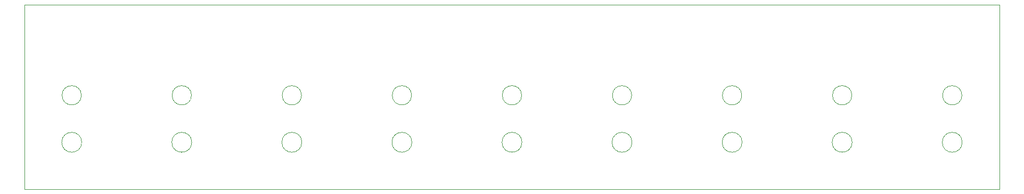
<source format=gm1>
G04 #@! TF.GenerationSoftware,KiCad,Pcbnew,(5.1.7)-1*
G04 #@! TF.CreationDate,2022-10-22T23:21:30+02:00*
G04 #@! TF.ProjectId,LED-Mounting-Tool,4c45442d-4d6f-4756-9e74-696e672d546f,rev?*
G04 #@! TF.SameCoordinates,Original*
G04 #@! TF.FileFunction,Profile,NP*
%FSLAX46Y46*%
G04 Gerber Fmt 4.6, Leading zero omitted, Abs format (unit mm)*
G04 Created by KiCad (PCBNEW (5.1.7)-1) date 2022-10-22 23:21:30*
%MOMM*%
%LPD*%
G01*
G04 APERTURE LIST*
G04 #@! TA.AperFunction,Profile*
%ADD10C,0.050000*%
G04 #@! TD*
G04 APERTURE END LIST*
D10*
X199857500Y-54500000D02*
G75*
G03*
X199857500Y-54500000I-1587500J0D01*
G01*
X182357500Y-54500000D02*
G75*
G03*
X182357500Y-54500000I-1587500J0D01*
G01*
X164857500Y-54500000D02*
G75*
G03*
X164857500Y-54500000I-1587500J0D01*
G01*
X147357500Y-54500000D02*
G75*
G03*
X147357500Y-54500000I-1587500J0D01*
G01*
X129857500Y-54500000D02*
G75*
G03*
X129857500Y-54500000I-1587500J0D01*
G01*
X112357500Y-54500000D02*
G75*
G03*
X112357500Y-54500000I-1587500J0D01*
G01*
X94857500Y-54500000D02*
G75*
G03*
X94857500Y-54500000I-1587500J0D01*
G01*
X77357500Y-54500000D02*
G75*
G03*
X77357500Y-54500000I-1587500J0D01*
G01*
X59857500Y-54500000D02*
G75*
G03*
X59857500Y-54500000I-1587500J0D01*
G01*
X50770000Y-32500000D02*
X50770000Y-62000000D01*
X199807500Y-47000000D02*
G75*
G03*
X199807500Y-47000000I-1537500J0D01*
G01*
X182307500Y-47000000D02*
G75*
G03*
X182307500Y-47000000I-1537500J0D01*
G01*
X164807500Y-47000000D02*
G75*
G03*
X164807500Y-47000000I-1537500J0D01*
G01*
X147307500Y-47000000D02*
G75*
G03*
X147307500Y-47000000I-1537500J0D01*
G01*
X129807500Y-47000000D02*
G75*
G03*
X129807500Y-47000000I-1537500J0D01*
G01*
X112307500Y-47000000D02*
G75*
G03*
X112307500Y-47000000I-1537500J0D01*
G01*
X94807500Y-47000000D02*
G75*
G03*
X94807500Y-47000000I-1537500J0D01*
G01*
X77307500Y-47000000D02*
G75*
G03*
X77307500Y-47000000I-1537500J0D01*
G01*
X59807500Y-47000000D02*
G75*
G03*
X59807500Y-47000000I-1537500J0D01*
G01*
X50770000Y-32500000D02*
X90000000Y-32500000D01*
X205770000Y-32500000D02*
X90000000Y-32500000D01*
X50770000Y-62000000D02*
X205770000Y-62000000D01*
X205770000Y-32500000D02*
X205770000Y-62000000D01*
M02*

</source>
